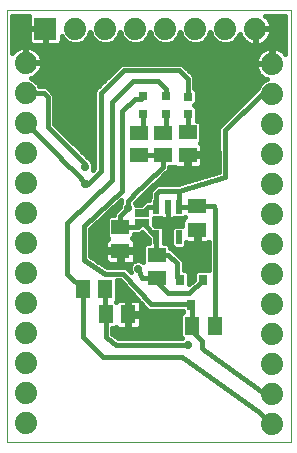
<source format=gbl>
G75*
G70*
%OFA0B0*%
%FSLAX24Y24*%
%IPPOS*%
%LPD*%
%AMOC8*
5,1,8,0,0,1.08239X$1,22.5*
%
%ADD10C,0.0000*%
%ADD11C,0.0740*%
%ADD12R,0.0740X0.0740*%
%ADD13R,0.0512X0.0630*%
%ADD14R,0.0315X0.0354*%
%ADD15R,0.0630X0.0512*%
%ADD16R,0.0315X0.0315*%
%ADD17R,0.0217X0.0472*%
%ADD18R,0.0500X0.0250*%
%ADD19C,0.0277*%
%ADD20C,0.0160*%
D10*
X000380Y000225D02*
X000380Y014621D01*
X009829Y014621D01*
X009829Y000225D01*
X000380Y000225D01*
D11*
X001001Y000875D03*
X001001Y001875D03*
X001001Y002875D03*
X001001Y003875D03*
X001001Y004875D03*
X001001Y005875D03*
X001001Y006875D03*
X001001Y007875D03*
X001001Y008875D03*
X001001Y009875D03*
X001001Y010875D03*
X001001Y011875D03*
X001001Y012875D03*
X002650Y014010D03*
X003650Y014010D03*
X004650Y014010D03*
X005650Y014010D03*
X006650Y014010D03*
X007650Y014010D03*
X008650Y014010D03*
X009211Y012839D03*
X009211Y011839D03*
X009211Y010839D03*
X009211Y009839D03*
X009211Y008839D03*
X009211Y007839D03*
X009211Y006839D03*
X009211Y005839D03*
X009211Y004839D03*
X009211Y003839D03*
X009211Y002839D03*
X009211Y001839D03*
X009211Y000839D03*
D12*
X001650Y014010D03*
D13*
X002902Y005330D03*
X003650Y005330D03*
X003663Y004484D03*
X004411Y004484D03*
X006552Y004112D03*
X007300Y004112D03*
D14*
X006526Y004807D03*
X006152Y005633D03*
X006900Y005633D03*
D15*
X006719Y007311D03*
X006719Y008099D03*
X006395Y009802D03*
X006395Y010550D03*
X005577Y010547D03*
X005577Y009799D03*
X004780Y009790D03*
X004780Y010538D03*
X004154Y007391D03*
X004154Y006604D03*
X005367Y006456D03*
X005367Y005708D03*
D16*
X005661Y011167D03*
X005661Y011757D03*
X006401Y011748D03*
X006401Y011158D03*
X004912Y011159D03*
X004912Y011750D03*
D17*
X005360Y008079D03*
X005734Y008079D03*
X006108Y008079D03*
X006108Y007055D03*
X005360Y007055D03*
D18*
X004883Y007521D03*
X004883Y007876D03*
D19*
X004408Y008044D03*
X003451Y006662D03*
X004750Y006012D03*
X005754Y007548D03*
X005282Y004181D03*
X006404Y003473D03*
X003001Y008815D03*
X002986Y008830D03*
X002980Y009407D03*
X002329Y012272D03*
X008057Y012154D03*
D20*
X008351Y011637D02*
X006699Y011637D01*
X006699Y011533D02*
X006699Y011964D01*
X006624Y012039D01*
X006624Y012422D01*
X006495Y012551D01*
X006495Y012551D01*
X006199Y012846D01*
X004187Y012846D01*
X003290Y011950D01*
X003290Y009351D01*
X003236Y009297D01*
X003258Y009352D01*
X003258Y009463D01*
X003216Y009565D01*
X003200Y009581D01*
X003200Y009586D01*
X001958Y010828D01*
X001958Y011814D01*
X001818Y011954D01*
X001689Y012083D01*
X001467Y012083D01*
X001433Y012164D01*
X001290Y012307D01*
X001177Y012354D01*
X001212Y012365D01*
X001289Y012404D01*
X001359Y012455D01*
X001421Y012516D01*
X001471Y012586D01*
X001511Y012664D01*
X001537Y012746D01*
X001551Y012831D01*
X001551Y012855D01*
X001021Y012855D01*
X001021Y012895D01*
X000981Y012895D01*
X000981Y013425D01*
X000958Y013425D01*
X000872Y013411D01*
X000790Y013384D01*
X000713Y013345D01*
X000643Y013294D01*
X000582Y013233D01*
X000560Y013203D01*
X000560Y014441D01*
X001110Y014441D01*
X001100Y014404D01*
X001100Y014030D01*
X001630Y014030D01*
X001630Y013990D01*
X001670Y013990D01*
X001670Y013460D01*
X002043Y013460D01*
X002089Y013473D01*
X002130Y013496D01*
X002164Y013530D01*
X002187Y013571D01*
X002200Y013617D01*
X002200Y013764D01*
X002217Y013721D01*
X002361Y013578D01*
X002548Y013500D01*
X002751Y013500D01*
X002939Y013578D01*
X003082Y013721D01*
X003150Y013885D01*
X003217Y013721D01*
X003361Y013578D01*
X003548Y013500D01*
X003751Y013500D01*
X003939Y013578D01*
X004082Y013721D01*
X004150Y013885D01*
X004217Y013721D01*
X004361Y013578D01*
X004548Y013500D01*
X004751Y013500D01*
X004939Y013578D01*
X005082Y013721D01*
X005150Y013885D01*
X005217Y013721D01*
X005361Y013578D01*
X005548Y013500D01*
X005751Y013500D01*
X005939Y013578D01*
X006082Y013721D01*
X006150Y013885D01*
X006217Y013721D01*
X006361Y013578D01*
X006548Y013500D01*
X006751Y013500D01*
X006939Y013578D01*
X007082Y013721D01*
X007150Y013885D01*
X007217Y013721D01*
X007361Y013578D01*
X007548Y013500D01*
X007751Y013500D01*
X007939Y013578D01*
X008082Y013721D01*
X008129Y013834D01*
X008140Y013799D01*
X008179Y013722D01*
X008230Y013652D01*
X008291Y013591D01*
X008361Y013540D01*
X008439Y013501D01*
X008521Y013474D01*
X008606Y013460D01*
X008630Y013460D01*
X008630Y013990D01*
X008670Y013990D01*
X008670Y014030D01*
X009200Y014030D01*
X009200Y014054D01*
X009186Y014139D01*
X009159Y014221D01*
X009120Y014299D01*
X009069Y014369D01*
X009008Y014430D01*
X008993Y014441D01*
X009649Y014441D01*
X009649Y013173D01*
X009631Y013197D01*
X009570Y013259D01*
X009500Y013310D01*
X009423Y013349D01*
X009340Y013376D01*
X009255Y013389D01*
X009231Y013389D01*
X009231Y012859D01*
X009191Y012859D01*
X009191Y012819D01*
X008661Y012819D01*
X008661Y012796D01*
X008675Y012710D01*
X008702Y012628D01*
X008741Y012551D01*
X008792Y012481D01*
X008853Y012420D01*
X008923Y012369D01*
X009000Y012329D01*
X009035Y012318D01*
X008923Y012272D01*
X008779Y012128D01*
X008734Y012020D01*
X007552Y010838D01*
X007552Y010838D01*
X007488Y010774D01*
X007424Y010710D01*
X007424Y010709D01*
X007423Y010709D01*
X007424Y010618D01*
X007424Y010527D01*
X007430Y009231D01*
X006076Y008831D01*
X005368Y008831D01*
X005239Y008702D01*
X005140Y008603D01*
X005140Y008402D01*
X005112Y008373D01*
X005112Y008299D01*
X004995Y008299D01*
X004837Y008141D01*
X004670Y008141D01*
X004645Y008202D01*
X004644Y008203D01*
X004910Y008469D01*
X004951Y008507D01*
X004955Y008507D01*
X005018Y008568D01*
X005084Y008627D01*
X005084Y008631D01*
X005375Y008910D01*
X005382Y008910D01*
X005440Y008972D01*
X005501Y009031D01*
X005501Y009033D01*
X005659Y009183D01*
X005661Y009183D01*
X005725Y009246D01*
X005790Y009308D01*
X005790Y009310D01*
X005791Y009311D01*
X005792Y009401D01*
X005792Y009403D01*
X005950Y009403D01*
X005959Y009413D01*
X005969Y009402D01*
X006010Y009379D01*
X006056Y009366D01*
X006347Y009366D01*
X006347Y009754D01*
X006443Y009754D01*
X006443Y009850D01*
X006890Y009850D01*
X006890Y010082D01*
X006877Y010128D01*
X006854Y010169D01*
X006820Y010202D01*
X006817Y010204D01*
X006850Y010236D01*
X006850Y010864D01*
X006768Y010946D01*
X006699Y010946D01*
X006699Y011373D01*
X006619Y011453D01*
X006699Y011533D01*
X006644Y011478D02*
X008192Y011478D01*
X008034Y011320D02*
X006699Y011320D01*
X006699Y011161D02*
X007875Y011161D01*
X007717Y011003D02*
X006699Y011003D01*
X006850Y010844D02*
X007558Y010844D01*
X007423Y010686D02*
X006850Y010686D01*
X006850Y010527D02*
X007424Y010527D01*
X007424Y010527D01*
X007425Y010369D02*
X006850Y010369D01*
X006824Y010210D02*
X007426Y010210D01*
X007426Y010052D02*
X006890Y010052D01*
X006890Y009893D02*
X007427Y009893D01*
X007428Y009735D02*
X006890Y009735D01*
X006890Y009754D02*
X006443Y009754D01*
X006443Y009366D01*
X006733Y009366D01*
X006779Y009379D01*
X006820Y009402D01*
X006854Y009436D01*
X006877Y009477D01*
X006890Y009523D01*
X006890Y009754D01*
X006890Y009576D02*
X007428Y009576D01*
X007429Y009418D02*
X006836Y009418D01*
X006990Y009101D02*
X005573Y009101D01*
X005739Y009259D02*
X007430Y009259D01*
X007651Y009067D02*
X006108Y008611D01*
X005459Y008611D01*
X005360Y008512D01*
X005360Y008079D01*
X005086Y008079D01*
X004883Y007876D01*
X004846Y008150D02*
X004666Y008150D01*
X004749Y008308D02*
X005112Y008308D01*
X005140Y008467D02*
X004907Y008467D01*
X004758Y008629D02*
X004408Y008279D01*
X004408Y008044D01*
X004149Y007761D01*
X004154Y007391D01*
X004747Y007385D01*
X004883Y007521D01*
X004894Y007521D01*
X005360Y007055D01*
X005360Y006486D01*
X005367Y006456D01*
X005760Y006479D01*
X006049Y006189D01*
X006049Y005736D01*
X006152Y005633D01*
X006269Y005950D02*
X006269Y006280D01*
X005974Y006575D01*
X005974Y006583D01*
X005911Y006639D01*
X005851Y006699D01*
X005843Y006699D01*
X005838Y006704D01*
X005822Y006703D01*
X005822Y006770D01*
X005740Y006852D01*
X005609Y006852D01*
X005609Y007350D01*
X005527Y007432D01*
X005295Y007432D01*
X005273Y007454D01*
X005273Y007703D01*
X005512Y007703D01*
X005516Y007699D01*
X005557Y007675D01*
X005602Y007663D01*
X005734Y007663D01*
X005734Y008079D01*
X005734Y008079D01*
X005734Y007663D01*
X005866Y007663D01*
X005912Y007675D01*
X005953Y007699D01*
X005957Y007703D01*
X006275Y007703D01*
X006310Y007738D01*
X006321Y007727D01*
X006293Y007711D01*
X006260Y007678D01*
X006236Y007637D01*
X006224Y007591D01*
X006224Y007432D01*
X005942Y007432D01*
X005860Y007350D01*
X005860Y006761D01*
X005942Y006679D01*
X006275Y006679D01*
X006357Y006761D01*
X006357Y006882D01*
X006380Y006875D01*
X006671Y006875D01*
X006671Y007263D01*
X006767Y007263D01*
X006767Y006875D01*
X007057Y006875D01*
X007103Y006888D01*
X007105Y006889D01*
X007105Y005950D01*
X006685Y005950D01*
X006603Y005868D01*
X006603Y005647D01*
X006450Y005494D01*
X006450Y005868D01*
X006368Y005950D01*
X006269Y005950D01*
X006387Y005931D02*
X006665Y005931D01*
X006603Y005772D02*
X006450Y005772D01*
X006450Y005614D02*
X006569Y005614D01*
X006900Y005633D02*
X006455Y005188D01*
X005730Y005188D01*
X005367Y005551D01*
X005367Y005708D01*
X004889Y005709D01*
X004750Y006012D01*
X004627Y006263D02*
X004636Y006279D01*
X004648Y006324D01*
X004648Y006556D01*
X004201Y006556D01*
X004201Y006168D01*
X004492Y006168D01*
X004519Y006175D01*
X004514Y006170D01*
X004471Y006068D01*
X004471Y005957D01*
X004499Y005889D01*
X004471Y005920D01*
X004471Y005926D01*
X004410Y005987D01*
X004352Y006050D01*
X004346Y006051D01*
X004342Y006055D01*
X004256Y006055D01*
X004170Y006059D01*
X004166Y006055D01*
X003696Y006055D01*
X003154Y006424D01*
X003154Y007333D01*
X004188Y008284D01*
X004188Y008218D01*
X004172Y008202D01*
X004130Y008099D01*
X004130Y008065D01*
X003989Y007912D01*
X003928Y007849D01*
X003928Y007845D01*
X003925Y007842D01*
X003928Y007787D01*
X003781Y007787D01*
X003699Y007705D01*
X003699Y007077D01*
X003756Y007020D01*
X003728Y007004D01*
X003695Y006970D01*
X003671Y006929D01*
X003659Y006884D01*
X003659Y006652D01*
X004106Y006652D01*
X004106Y006556D01*
X004201Y006556D01*
X004201Y006652D01*
X004648Y006652D01*
X004648Y006884D01*
X004636Y006929D01*
X004613Y006970D01*
X004579Y007004D01*
X004551Y007020D01*
X004608Y007077D01*
X004608Y007167D01*
X004655Y007166D01*
X004656Y007165D01*
X004746Y007165D01*
X004836Y007165D01*
X004837Y007165D01*
X004838Y007165D01*
X004889Y007216D01*
X005112Y006993D01*
X005112Y006852D01*
X004994Y006852D01*
X004912Y006770D01*
X004912Y006244D01*
X004908Y006248D01*
X004806Y006291D01*
X004695Y006291D01*
X004627Y006263D01*
X004648Y006406D02*
X004912Y006406D01*
X004909Y006248D02*
X004912Y006248D01*
X004912Y006565D02*
X004201Y006565D01*
X004106Y006565D02*
X003154Y006565D01*
X003154Y006723D02*
X003659Y006723D01*
X003659Y006882D02*
X003154Y006882D01*
X003154Y007040D02*
X003736Y007040D01*
X003699Y007199D02*
X003154Y007199D01*
X003180Y007357D02*
X003699Y007357D01*
X003699Y007516D02*
X003353Y007516D01*
X003525Y007674D02*
X003699Y007674D01*
X003697Y007833D02*
X003926Y007833D01*
X003870Y007991D02*
X004062Y007991D01*
X004042Y008150D02*
X004150Y008150D01*
X004372Y008044D02*
X004408Y008044D01*
X004219Y008611D02*
X004219Y011268D01*
X004632Y011681D01*
X004844Y011681D01*
X004912Y011750D01*
X004862Y011800D01*
X004573Y012272D02*
X003864Y011563D01*
X003864Y008965D01*
X002388Y007548D01*
X002388Y005843D01*
X002902Y005330D01*
X002907Y005325D01*
X002907Y003729D01*
X003501Y003134D01*
X003580Y003069D01*
X006201Y003073D01*
X008779Y001242D01*
X008767Y001229D01*
X009035Y000961D01*
X009090Y000961D01*
X009211Y000839D01*
X009211Y001839D02*
X008982Y001839D01*
X006935Y003296D01*
X006876Y003355D01*
X006876Y003591D01*
X006552Y003915D01*
X006552Y004112D01*
X006535Y004815D01*
X005179Y004815D01*
X004251Y005835D01*
X003628Y005835D01*
X002934Y006307D01*
X002934Y007429D01*
X004219Y008611D01*
X004758Y008629D02*
X004868Y008729D01*
X005283Y009127D01*
X005304Y009148D01*
X005572Y009404D01*
X005577Y009799D01*
X005408Y009790D01*
X004780Y009790D01*
X004780Y010538D02*
X004912Y010552D01*
X004912Y011159D01*
X005577Y010547D02*
X005661Y010555D01*
X005661Y011167D01*
X005661Y011757D02*
X005661Y012011D01*
X005400Y012272D01*
X004573Y012272D01*
X004278Y012626D02*
X006108Y012626D01*
X006404Y012331D01*
X006404Y011751D01*
X006401Y011748D01*
X006699Y011795D02*
X008509Y011795D01*
X008668Y011954D02*
X006699Y011954D01*
X006624Y012112D02*
X008773Y012112D01*
X008922Y012271D02*
X006624Y012271D01*
X006617Y012429D02*
X008844Y012429D01*
X008722Y012588D02*
X006458Y012588D01*
X006300Y012746D02*
X008669Y012746D01*
X008661Y012859D02*
X009191Y012859D01*
X009191Y013389D01*
X009168Y013389D01*
X009083Y013376D01*
X009000Y013349D01*
X008923Y013310D01*
X008853Y013259D01*
X008792Y013197D01*
X008741Y013127D01*
X008702Y013050D01*
X008675Y012968D01*
X008661Y012882D01*
X008661Y012859D01*
X008665Y012905D02*
X001551Y012905D01*
X001551Y012895D02*
X001551Y012918D01*
X001537Y013004D01*
X001511Y013086D01*
X001471Y013163D01*
X001421Y013233D01*
X001359Y013294D01*
X001289Y013345D01*
X001212Y013384D01*
X001130Y013411D01*
X001044Y013425D01*
X001021Y013425D01*
X001021Y012895D01*
X001551Y012895D01*
X001538Y012746D02*
X004086Y012746D01*
X003928Y012588D02*
X001472Y012588D01*
X001324Y012429D02*
X003769Y012429D01*
X003611Y012271D02*
X001326Y012271D01*
X001455Y012112D02*
X003452Y012112D01*
X003294Y011954D02*
X001818Y011954D01*
X001958Y011795D02*
X003290Y011795D01*
X003290Y011637D02*
X001958Y011637D01*
X001958Y011478D02*
X003290Y011478D01*
X003290Y011320D02*
X001958Y011320D01*
X001958Y011161D02*
X003290Y011161D01*
X003290Y011003D02*
X001958Y011003D01*
X001958Y010844D02*
X003290Y010844D01*
X003290Y010686D02*
X002100Y010686D01*
X002259Y010527D02*
X003290Y010527D01*
X003290Y010369D02*
X002417Y010369D01*
X002576Y010210D02*
X003290Y010210D01*
X003290Y010052D02*
X002734Y010052D01*
X002893Y009893D02*
X003290Y009893D01*
X003290Y009735D02*
X003051Y009735D01*
X003205Y009576D02*
X003290Y009576D01*
X003290Y009418D02*
X003258Y009418D01*
X002980Y009407D02*
X002980Y009495D01*
X001738Y010737D01*
X001738Y011723D01*
X001598Y011863D01*
X001013Y011863D01*
X001001Y011875D01*
X001001Y010875D02*
X002093Y009783D01*
X002280Y009569D01*
X002667Y009182D01*
X003001Y008815D01*
X002986Y008830D02*
X003079Y008830D01*
X003510Y009260D01*
X003510Y011859D01*
X004278Y012626D01*
X004455Y013539D02*
X003844Y013539D01*
X004058Y013697D02*
X004242Y013697D01*
X004162Y013856D02*
X004138Y013856D01*
X003455Y013539D02*
X002844Y013539D01*
X003058Y013697D02*
X003242Y013697D01*
X003162Y013856D02*
X003138Y013856D01*
X002455Y013539D02*
X002169Y013539D01*
X002200Y013697D02*
X002242Y013697D01*
X001670Y013697D02*
X001630Y013697D01*
X001630Y013539D02*
X001670Y013539D01*
X001630Y013460D02*
X001630Y013990D01*
X001100Y013990D01*
X001100Y013617D01*
X001112Y013571D01*
X001136Y013530D01*
X001169Y013496D01*
X001210Y013473D01*
X001256Y013460D01*
X001630Y013460D01*
X001429Y013222D02*
X008816Y013222D01*
X008708Y013063D02*
X001518Y013063D01*
X001220Y013380D02*
X009112Y013380D01*
X009191Y013380D02*
X009231Y013380D01*
X009311Y013380D02*
X009649Y013380D01*
X009649Y013222D02*
X009607Y013222D01*
X009649Y013539D02*
X008936Y013539D01*
X008938Y013540D02*
X009008Y013591D01*
X009069Y013652D01*
X009120Y013722D01*
X009159Y013799D01*
X009186Y013882D01*
X009200Y013967D01*
X009200Y013990D01*
X008670Y013990D01*
X008670Y013460D01*
X008693Y013460D01*
X008778Y013474D01*
X008861Y013501D01*
X008938Y013540D01*
X009102Y013697D02*
X009649Y013697D01*
X009649Y013856D02*
X009178Y013856D01*
X009175Y014173D02*
X009649Y014173D01*
X009649Y014331D02*
X009096Y014331D01*
X008670Y014014D02*
X009649Y014014D01*
X009231Y013222D02*
X009191Y013222D01*
X009191Y013063D02*
X009231Y013063D01*
X009231Y012905D02*
X009191Y012905D01*
X008670Y013539D02*
X008630Y013539D01*
X008630Y013697D02*
X008670Y013697D01*
X008670Y013856D02*
X008630Y013856D01*
X008364Y013539D02*
X007844Y013539D01*
X008058Y013697D02*
X008197Y013697D01*
X007455Y013539D02*
X006844Y013539D01*
X007058Y013697D02*
X007242Y013697D01*
X007162Y013856D02*
X007138Y013856D01*
X006455Y013539D02*
X005844Y013539D01*
X006058Y013697D02*
X006242Y013697D01*
X006162Y013856D02*
X006138Y013856D01*
X005455Y013539D02*
X004844Y013539D01*
X005058Y013697D02*
X005242Y013697D01*
X005162Y013856D02*
X005138Y013856D01*
X006401Y011158D02*
X006401Y010530D01*
X006395Y010550D01*
X006347Y009735D02*
X006443Y009735D01*
X006443Y009576D02*
X006347Y009576D01*
X006347Y009418D02*
X006443Y009418D01*
X006454Y008942D02*
X005412Y008942D01*
X005321Y008784D02*
X005243Y008784D01*
X005162Y008625D02*
X005082Y008625D01*
X005734Y007991D02*
X005734Y007991D01*
X005734Y007833D02*
X005734Y007833D01*
X005734Y007674D02*
X005734Y007674D01*
X005560Y007674D02*
X005273Y007674D01*
X005273Y007516D02*
X006224Y007516D01*
X006258Y007674D02*
X005909Y007674D01*
X005868Y007357D02*
X005601Y007357D01*
X005609Y007199D02*
X005860Y007199D01*
X005860Y007040D02*
X005609Y007040D01*
X005609Y006882D02*
X005860Y006882D01*
X005822Y006723D02*
X005898Y006723D01*
X005985Y006565D02*
X007105Y006565D01*
X007105Y006723D02*
X006319Y006723D01*
X006143Y006406D02*
X007105Y006406D01*
X007105Y006248D02*
X006269Y006248D01*
X006269Y006089D02*
X007105Y006089D01*
X007081Y006882D02*
X007105Y006882D01*
X006767Y006882D02*
X006671Y006882D01*
X006671Y007040D02*
X006767Y007040D01*
X006767Y007199D02*
X006671Y007199D01*
X006699Y008079D02*
X006108Y008079D01*
X006108Y008611D01*
X006699Y008079D02*
X006719Y008099D01*
X007270Y008099D01*
X007324Y007989D01*
X007326Y004474D01*
X007300Y004112D01*
X006535Y004815D02*
X006526Y004807D01*
X006229Y004595D02*
X006229Y004571D01*
X006235Y004565D01*
X006156Y004485D01*
X006156Y003739D01*
X006202Y003693D01*
X004096Y003693D01*
X003887Y003842D01*
X003887Y004029D01*
X003977Y004029D01*
X004010Y004062D01*
X004011Y004059D01*
X004045Y004025D01*
X004086Y004001D01*
X004132Y003989D01*
X004363Y003989D01*
X004363Y004436D01*
X004459Y004436D01*
X004459Y003989D01*
X004691Y003989D01*
X004737Y004001D01*
X004778Y004025D01*
X004811Y004059D01*
X004835Y004100D01*
X004847Y004145D01*
X004847Y004436D01*
X004459Y004436D01*
X004459Y004532D01*
X004363Y004532D01*
X004363Y004979D01*
X004132Y004979D01*
X004086Y004967D01*
X004045Y004943D01*
X004011Y004910D01*
X004010Y004907D01*
X004003Y004914D01*
X004045Y004957D01*
X004045Y005615D01*
X004154Y005615D01*
X004752Y004958D01*
X004737Y004967D01*
X004691Y004979D01*
X004459Y004979D01*
X004459Y004532D01*
X004847Y004532D01*
X004847Y004823D01*
X004836Y004866D01*
X004959Y004730D01*
X004959Y004724D01*
X005020Y004664D01*
X005078Y004600D01*
X005084Y004600D01*
X005088Y004595D01*
X005174Y004595D01*
X005260Y004591D01*
X005264Y004595D01*
X006229Y004595D01*
X006175Y004504D02*
X004459Y004504D01*
X004459Y004346D02*
X004363Y004346D01*
X004363Y004187D02*
X004459Y004187D01*
X004459Y004029D02*
X004363Y004029D01*
X004041Y004029D02*
X003887Y004029D01*
X003887Y003870D02*
X006156Y003870D01*
X006156Y004029D02*
X004781Y004029D01*
X004847Y004187D02*
X006156Y004187D01*
X006156Y004346D02*
X004847Y004346D01*
X004847Y004663D02*
X005021Y004663D01*
X004876Y004821D02*
X004847Y004821D01*
X004732Y004980D02*
X004045Y004980D01*
X004045Y005138D02*
X004588Y005138D01*
X004443Y005297D02*
X004045Y005297D01*
X004045Y005455D02*
X004299Y005455D01*
X004155Y005614D02*
X004045Y005614D01*
X004106Y006168D02*
X003815Y006168D01*
X003769Y006180D01*
X003728Y006204D01*
X003695Y006238D01*
X003671Y006279D01*
X003659Y006324D01*
X003659Y006556D01*
X004106Y006556D01*
X004106Y006168D01*
X004106Y006248D02*
X004201Y006248D01*
X004201Y006406D02*
X004106Y006406D01*
X004480Y006089D02*
X003645Y006089D01*
X003689Y006248D02*
X003412Y006248D01*
X003179Y006406D02*
X003659Y006406D01*
X003650Y005330D02*
X003650Y004498D01*
X003663Y004484D01*
X003667Y004480D01*
X003667Y003729D01*
X004025Y003473D01*
X006404Y003473D01*
X006183Y003712D02*
X004070Y003712D01*
X004363Y004663D02*
X004459Y004663D01*
X004459Y004821D02*
X004363Y004821D01*
X004466Y005931D02*
X004482Y005931D01*
X004648Y006723D02*
X004912Y006723D01*
X005112Y006882D02*
X004648Y006882D01*
X004571Y007040D02*
X005064Y007040D01*
X004906Y007199D02*
X004871Y007199D01*
X007651Y009067D02*
X007644Y010618D01*
X008864Y011839D01*
X009211Y011839D01*
X001670Y013856D02*
X001630Y013856D01*
X001630Y014014D02*
X000560Y014014D01*
X000560Y013856D02*
X001100Y013856D01*
X001100Y013697D02*
X000560Y013697D01*
X000560Y013539D02*
X001130Y013539D01*
X001021Y013380D02*
X000981Y013380D01*
X000981Y013222D02*
X001021Y013222D01*
X001021Y013063D02*
X000981Y013063D01*
X000981Y012905D02*
X001021Y012905D01*
X000782Y013380D02*
X000560Y013380D01*
X000560Y013222D02*
X000573Y013222D01*
X000560Y014173D02*
X001100Y014173D01*
X001100Y014331D02*
X000560Y014331D01*
M02*

</source>
